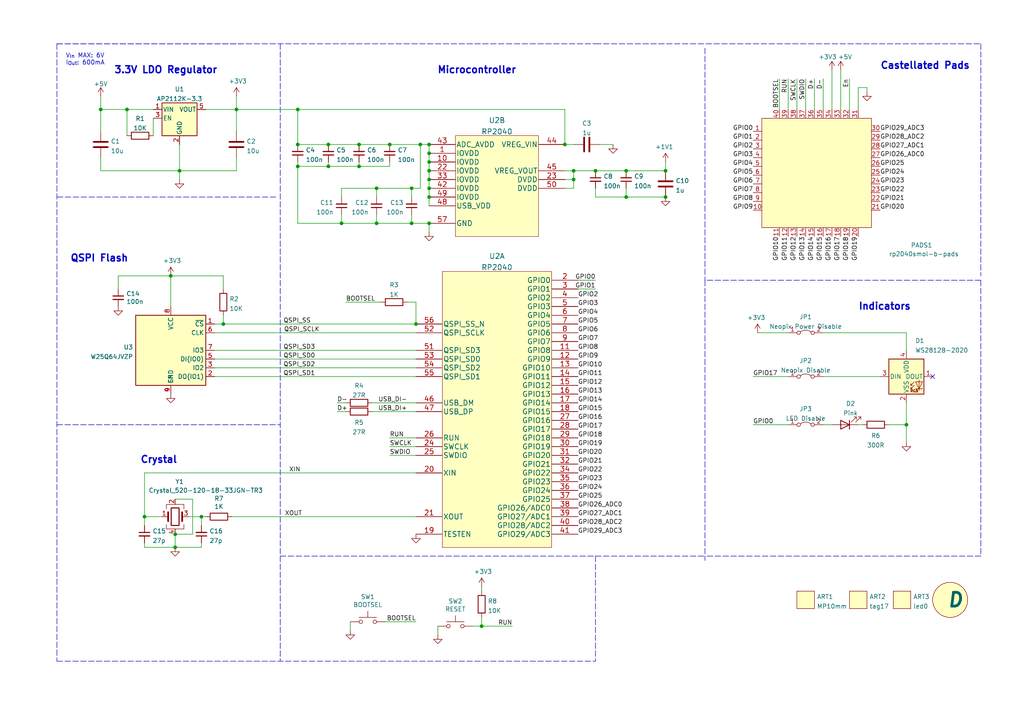
<source format=kicad_sch>
(kicad_sch (version 20211123) (generator eeschema)
  (paper "A4")
  (title_block (title "RP2040_{smol}") (date "2021-11-27") (rev "B") (company "MikePython"))
  (lib_symbols
    (symbol "Device:C" (pin_numbers hide) (pin_names (offset 0.254))
      (property "Reference" "C" (at 0.635 2.54 0))
      (property "Value" "C" (at 0.635 -2.54 0))
      (symbol "C_0_1"
        (polyline (pts (xy -2.032 -0.762) (xy 2.032 -0.762)) (stroke (width 0.508)))
        (polyline (pts (xy -2.032 0.762) (xy 2.032 0.762)) (stroke (width 0.508)))
      )
      (symbol "C_1_1"
        (pin passive line (at 0 3.81 270) (length 2.794) (name "~") (number "1"))
        (pin passive line (at 0 -3.81 90) (length 2.794) (name "~") (number "2"))
      )
    )
    (symbol "Device:C_Small" (pin_numbers hide) (pin_names (offset 0.254) hide)
      (property "Reference" "C" (at 0.254 1.778 0))
      (property "Value" "C_Small" (at 0.254 -2.032 0))
      (symbol "C_Small_0_1"
        (polyline (pts (xy -1.524 -0.508) (xy 1.524 -0.508)) (stroke (width 0.3302)))
        (polyline (pts (xy -1.524 0.508) (xy 1.524 0.508)) (stroke (width 0.3048)))
      )
      (symbol "C_Small_1_1"
        (pin passive line (at 0 2.54 270) (length 2.032) (name "~") (number "1"))
        (pin passive line (at 0 -2.54 90) (length 2.032) (name "~") (number "2"))
      )
    )
    (symbol "Device:LED" (pin_numbers hide) (pin_names (offset 1.016) hide)
      (property "Reference" "D" (at 0 2.54 0))
      (property "Value" "LED" (at 0 -2.54 0))
      (symbol "LED_0_1"
        (polyline (pts (xy -1.27 -1.27) (xy -1.27 1.27)) (stroke (width 0.254)))
        (polyline (pts (xy -1.27 0) (xy 1.27 0)))
        (polyline (pts (xy 1.27 -1.27) (xy 1.27 1.27) (xy -1.27 0) (xy 1.27 -1.27)) (stroke (width 0.254)))
        (polyline (pts (xy -3.048 -0.762) (xy -4.572 -2.286) (xy -3.81 -2.286) (xy -4.572 -2.286) (xy -4.572 -1.524)))
        (polyline (pts (xy -1.778 -0.762) (xy -3.302 -2.286) (xy -2.54 -2.286) (xy -3.302 -2.286) (xy -3.302 -1.524)))
      )
      (symbol "LED_1_1"
        (pin passive line (at -3.81 0 0) (length 2.54) (name "K") (number "1"))
        (pin passive line (at 3.81 0 180) (length 2.54) (name "A") (number "2"))
      )
    )
    (symbol "Device:R" (pin_numbers hide) (pin_names (offset 0))
      (property "Reference" "R" (at 2.032 0 90))
      (property "Value" "R" (at 0 0 90))
      (symbol "R_0_1"
        (rectangle (start -1.016 -2.54) (end 1.016 2.54) (stroke (width 0.254)))
      )
      (symbol "R_1_1"
        (pin passive line (at 0 3.81 270) (length 1.27) (name "~") (number "1"))
        (pin passive line (at 0 -3.81 90) (length 1.27) (name "~") (number "2"))
      )
    )
    (symbol "Jumper:Jumper_2_Bridged" (pin_names (offset 0) hide)
      (property "Reference" "JP" (at 0 1.905 0))
      (property "Value" "Jumper_2_Bridged" (at 0 -2.54 0))
      (symbol "Jumper_2_Bridged_0_0"
        (circle (center -2.032 0) (radius 0.508))
        (circle (center 2.032 0) (radius 0.508))
      )
      (symbol "Jumper_2_Bridged_0_1"
        (arc (start 1.524 0.254) (mid 0 0.762) (end -1.524 0.254))
      )
      (symbol "Jumper_2_Bridged_1_1"
        (pin passive line (at -5.08 0 0) (length 2.54) (name "A") (number "1"))
        (pin passive line (at 5.08 0 180) (length 2.54) (name "B") (number "2"))
      )
    )
    (symbol "MikeArtworkLib:MP10mm" (in_bom no)
      (property "Reference" "ART" (at 0 8.89 0))
      (property "Value" "MP10mm" (at 0 5.08 0))
      (symbol "MP10mm_0_1"
        (rectangle (start -2.54 2.54) (end 2.54 -2.54) (stroke (width 0.1524)) (fill (type background)))
      )
    )
    (symbol "MikeLib:Crystal_520-120-18-33JGN-TR3" (pin_names (offset 1.016) hide)
      (property "Reference" "Y" (at 3.175 5.08 0))
      (property "Value" "Crystal_520-120-18-33JGN-TR3" (at 3.175 3.175 0))
      (symbol "Crystal_520-120-18-33JGN-TR3_0_1"
        (rectangle (start -1.143 2.54) (end 1.143 -2.54) (stroke (width 0.3048)))
        (polyline (pts (xy -2.54 0) (xy -2.032 0)))
        (polyline (pts (xy -2.032 -1.27) (xy -2.032 1.27)) (stroke (width 0.508)))
        (polyline (pts (xy 0 -3.81) (xy 0 -3.556)))
        (polyline (pts (xy 0 3.556) (xy 0 3.81)))
        (polyline (pts (xy 2.032 -1.27) (xy 2.032 1.27)) (stroke (width 0.508)))
        (polyline (pts (xy 2.032 0) (xy 2.54 0)))
        (polyline (pts (xy -2.54 -2.286) (xy -2.54 -3.556) (xy 2.54 -3.556) (xy 2.54 -2.286)))
        (polyline (pts (xy -2.54 2.286) (xy -2.54 3.556) (xy 2.54 3.556) (xy 2.54 2.286)))
      )
      (symbol "Crystal_520-120-18-33JGN-TR3_1_1"
        (pin passive line (at -3.81 0 0) (length 1.27) (name "1") (number "1"))
        (pin passive line (at 0 5.08 270) (length 1.27) (name "2") (number "2"))
        (pin passive line (at 3.81 0 180) (length 1.27) (name "3") (number "3"))
        (pin passive line (at 0 -5.08 90) (length 1.27) (name "4") (number "4"))
      )
    )
    (symbol "MikeLib:RP2040" (pin_names (offset 0.254))
      (property "Reference" "U" (at 15.24 11.43 0))
      (property "Value" "RP2040" (at 15.24 8.89 0))
      (symbol "RP2040_1_1"
        (rectangle (start 7.62 6.35) (end 39.37 -73.66) (stroke (width 0.127)) (fill (type background)))
        (pin bidirectional line (at 0 -16.51 0) (length 7.62) (name "GPIO8") (number "11"))
        (pin bidirectional line (at 0 -19.05 0) (length 7.62) (name "GPIO9") (number "12"))
        (pin bidirectional line (at 0 -21.59 0) (length 7.62) (name "GPIO10") (number "13"))
        (pin bidirectional line (at 0 -24.13 0) (length 7.62) (name "GPIO11") (number "14"))
        (pin bidirectional line (at 0 -26.67 0) (length 7.62) (name "GPIO12") (number "15"))
        (pin bidirectional line (at 0 -29.21 0) (length 7.62) (name "GPIO13") (number "16"))
        (pin bidirectional line (at 0 -31.75 0) (length 7.62) (name "GPIO14") (number "17"))
        (pin bidirectional line (at 0 -34.29 0) (length 7.62) (name "GPIO15") (number "18"))
        (pin unspecified line (at 46.99 -49.53 180) (length 7.62) (name "TESTEN") (number "19"))
        (pin bidirectional line (at 0 3.81 0) (length 7.62) (name "GPIO0") (number "2"))
        (pin unspecified line (at 46.99 -52.07 180) (length 7.62) (name "XIN") (number "20"))
        (pin output line (at 46.99 -54.61 180) (length 7.62) (name "XOUT") (number "21"))
        (pin unspecified line (at 46.99 -44.45 180) (length 7.62) (name "SWCLK") (number "24"))
        (pin unspecified line (at 46.99 -46.99 180) (length 7.62) (name "SWDIO") (number "25"))
        (pin unspecified line (at 46.99 -41.91 180) (length 7.62) (name "RUN") (number "26"))
        (pin bidirectional line (at 0 -36.83 0) (length 7.62) (name "GPIO16") (number "27"))
        (pin bidirectional line (at 0 -39.37 0) (length 7.62) (name "GPIO17") (number "28"))
        (pin bidirectional line (at 0 -41.91 0) (length 7.62) (name "GPIO18") (number "29"))
        (pin bidirectional line (at 0 1.27 0) (length 7.62) (name "GPIO1") (number "3"))
        (pin bidirectional line (at 0 -44.45 0) (length 7.62) (name "GPIO19") (number "30"))
        (pin bidirectional line (at 0 -46.99 0) (length 7.62) (name "GPIO20") (number "31"))
        (pin bidirectional line (at 0 -49.53 0) (length 7.62) (name "GPIO21") (number "32"))
        (pin bidirectional line (at 0 -52.07 0) (length 7.62) (name "GPIO22") (number "34"))
        (pin bidirectional line (at 0 -54.61 0) (length 7.62) (name "GPIO23") (number "35"))
        (pin bidirectional line (at 0 -57.15 0) (length 7.62) (name "GPIO24") (number "36"))
        (pin bidirectional line (at 0 -59.69 0) (length 7.62) (name "GPIO25") (number "37"))
        (pin bidirectional line (at 0 -62.23 0) (length 7.62) (name "GPIO26/ADC0") (number "38"))
        (pin bidirectional line (at 0 -64.77 0) (length 7.62) (name "GPIO27/ADC1") (number "39"))
        (pin bidirectional line (at 0 -1.27 0) (length 7.62) (name "GPIO2") (number "4"))
        (pin bidirectional line (at 0 -67.31 0) (length 7.62) (name "GPIO28/ADC2") (number "40"))
        (pin bidirectional line (at 0 -69.85 0) (length 7.62) (name "GPIO29/ADC3") (number "41"))
        (pin unspecified line (at 46.99 -29.21 180) (length 7.62) (name "USB_DM") (number "46"))
        (pin unspecified line (at 46.99 -31.75 180) (length 7.62) (name "USB_DP") (number "47"))
        (pin bidirectional line (at 0 -3.81 0) (length 7.62) (name "GPIO3") (number "5"))
        (pin bidirectional line (at 46.99 -16.51 180) (length 7.62) (name "QSPI_SD3") (number "51"))
        (pin unspecified line (at 46.99 -8.89 180) (length 7.62) (name "QSPI_SCLK") (number "52"))
        (pin bidirectional line (at 46.99 -19.05 180) (length 7.62) (name "QSPI_SD0") (number "53"))
        (pin bidirectional line (at 46.99 -21.59 180) (length 7.62) (name "QSPI_SD2") (number "54"))
        (pin bidirectional line (at 46.99 -24.13 180) (length 7.62) (name "QSPI_SD1") (number "55"))
        (pin unspecified line (at 46.99 -11.43 180) (length 7.62) (name "QSPI_SS_N") (number "56"))
        (pin bidirectional line (at 0 -6.35 0) (length 7.62) (name "GPIO4") (number "6"))
        (pin bidirectional line (at 0 -8.89 0) (length 7.62) (name "GPIO5") (number "7"))
        (pin bidirectional line (at 0 -11.43 0) (length 7.62) (name "GPIO6") (number "8"))
        (pin bidirectional line (at 0 -13.97 0) (length 7.62) (name "GPIO7") (number "9"))
      )
      (symbol "RP2040_2_1"
        (rectangle (start 7.62 -5.08) (end 31.75 -34.29) (stroke (width 0.127)) (fill (type background)))
        (pin power_in line (at 0 -10.16 0) (length 7.62) (name "IOVDD") (number "1"))
        (pin power_in line (at 0 -12.7 0) (length 7.62) (name "IOVDD") (number "10"))
        (pin power_in line (at 0 -15.24 0) (length 7.62) (name "IOVDD") (number "22"))
        (pin power_in line (at 39.37 -17.78 180) (length 7.62) (name "DVDD") (number "23"))
        (pin power_in line (at 0 -17.78 0) (length 7.62) (name "IOVDD") (number "33"))
        (pin power_in line (at 0 -20.32 0) (length 7.62) (name "IOVDD") (number "42"))
        (pin power_in line (at 0 -7.62 0) (length 7.62) (name "ADC_AVDD") (number "43"))
        (pin unspecified line (at 39.37 -7.62 180) (length 7.62) (name "VREG_VIN") (number "44"))
        (pin output line (at 39.37 -15.24 180) (length 7.62) (name "VREG_VOUT") (number "45"))
        (pin power_in line (at 0 -25.4 0) (length 7.62) (name "USB_VDD") (number "48"))
        (pin power_in line (at 0 -22.86 0) (length 7.62) (name "IOVDD") (number "49"))
        (pin power_in line (at 39.37 -20.32 180) (length 7.62) (name "DVDD") (number "50"))
        (pin power_in line (at 0 -30.48 0) (length 7.62) (name "GND") (number "57"))
      )
    )
    (symbol "MikeLib:RevisionSymbol" (pin_numbers hide) (pin_names (offset 0) hide) (in_bom no)
      (property "Value" "RevisionSymbol" (at 0 0 0))
      (symbol "RevisionSymbol_0_1"
        (circle (center 0 0) (radius 5.08) (stroke (width 0.1524)) (fill (type background)))
      )
    )
    (symbol "MikeLib:W25Q64JVZP_Rearranged"
      (property "Reference" "U" (at -15.24 17.78 0))
      (property "Value" "W25Q64JVZP_Rearranged" (at -15.24 15.24 0))
      (symbol "W25Q64JVZP_Rearranged_0_1"
        (rectangle (start -10.16 12.7) (end 10.16 -7.62) (stroke (width 0.254)) (fill (type background)))
      )
      (symbol "W25Q64JVZP_Rearranged_1_1"
        (pin input line (at 12.7 10.16 180) (length 2.54) (name "~{CS}") (number "1"))
        (pin bidirectional line (at 12.7 -5.08 180) (length 2.54) (name "DO(IO1)") (number "2"))
        (pin bidirectional line (at 12.7 -2.54 180) (length 2.54) (name "IO2") (number "3"))
        (pin power_in line (at 0 -10.16 90) (length 2.54) (name "GND") (number "4"))
        (pin bidirectional line (at 12.7 0 180) (length 2.54) (name "DI(IO0)") (number "5"))
        (pin input line (at 12.7 7.62 180) (length 2.54) (name "CLK") (number "6"))
        (pin bidirectional line (at 12.7 2.54 180) (length 2.54) (name "IO3") (number "7"))
        (pin power_in line (at 0 15.24 270) (length 2.54) (name "VCC") (number "8"))
        (pin passive line (at 0 -10.16 90) (length 2.54) (name "EP") (number "9"))
      )
    )
    (symbol "MikeLib:WS2812B-2020" (pin_names (offset 0.254))
      (property "Reference" "D" (at 5.08 5.715 0))
      (property "Value" "WS2812B-2020" (at 1.27 -5.715 0))
      (symbol "WS2812B-2020_0_0"
        (text "RGB" (at 2.286 -4.191 0) (effects (font (size 0.762 0.762))))
      )
      (symbol "WS2812B-2020_0_1"
        (polyline (pts (xy 1.27 -3.556) (xy 1.778 -3.556)))
        (polyline (pts (xy 1.27 -2.54) (xy 1.778 -2.54)))
        (polyline (pts (xy 4.699 -3.556) (xy 2.667 -3.556)))
        (polyline (pts (xy 2.286 -2.54) (xy 1.27 -3.556) (xy 1.27 -3.048)))
        (polyline (pts (xy 2.286 -1.524) (xy 1.27 -2.54) (xy 1.27 -2.032)))
        (polyline (pts (xy 3.683 -1.016) (xy 3.683 -3.556) (xy 3.683 -4.064)))
        (polyline (pts (xy 4.699 -1.524) (xy 2.667 -1.524) (xy 3.683 -3.556) (xy 4.699 -1.524)))
        (rectangle (start 5.08 5.08) (end -5.08 -5.08) (stroke (width 0.254)) (fill (type background)))
      )
      (symbol "WS2812B-2020_1_1"
        (pin output line (at 7.62 0 180) (length 2.54) (name "DOUT") (number "1"))
        (pin power_in line (at 0 -7.62 90) (length 2.54) (name "VSS") (number "2"))
        (pin input line (at -7.62 0 0) (length 2.54) (name "DIN") (number "3"))
        (pin power_in line (at 0 7.62 270) (length 2.54) (name "VDD") (number "4"))
      )
    )
    (symbol "MikeLib:rp2040smol-b-pads"
      (property "Reference" "PADS" (at 5.08 46.99 0))
      (property "Value" "rp2040smol-b-pads" (at 5.08 46.99 0))
      (symbol "rp2040smol-b-pads_0_0"
        (pin unspecified line (at -31.75 -5.08 0) (length 2.54) (name "") (number "10"))
        (pin unspecified line (at -24.13 -12.7 90) (length 2.54) (name "") (number "11"))
        (pin unspecified line (at -21.59 -12.7 90) (length 2.54) (name "") (number "12"))
        (pin unspecified line (at -19.05 -12.7 90) (length 2.54) (name "") (number "13"))
        (pin unspecified line (at -16.51 -12.7 90) (length 2.54) (name "") (number "14"))
        (pin unspecified line (at -13.97 -12.7 90) (length 2.54) (name "") (number "15"))
        (pin unspecified line (at -11.43 -12.7 90) (length 2.54) (name "") (number "16"))
        (pin unspecified line (at -8.89 -12.7 90) (length 2.54) (name "") (number "17"))
        (pin unspecified line (at -6.35 -12.7 90) (length 2.54) (name "") (number "18"))
        (pin unspecified line (at -3.81 -12.7 90) (length 2.54) (name "") (number "19"))
        (pin unspecified line (at -1.27 -12.7 90) (length 2.54) (name "") (number "20"))
        (pin unspecified line (at 5.08 -5.08 180) (length 2.54) (name "") (number "21"))
        (pin unspecified line (at 5.08 -2.54 180) (length 2.54) (name "") (number "22"))
        (pin unspecified line (at 5.08 0 180) (length 2.54) (name "") (number "23"))
        (pin unspecified line (at 5.08 2.54 180) (length 2.54) (name "") (number "24"))
        (pin unspecified line (at 5.08 5.08 180) (length 2.54) (name "") (number "25"))
        (pin unspecified line (at 5.08 7.62 180) (length 2.54) (name "") (number "26"))
        (pin unspecified line (at 5.08 10.16 180) (length 2.54) (name "") (number "27"))
        (pin unspecified line (at 5.08 12.7 180) (length 2.54) (name "") (number "28"))
        (pin unspecified line (at 5.08 15.24 180) (length 2.54) (name "") (number "29"))
        (pin unspecified line (at -31.75 12.7 0) (length 2.54) (name "") (number "3"))
        (pin unspecified line (at 5.08 17.78 180) (length 2.54) (name "") (number "30"))
        (pin unspecified line (at -1.27 24.13 270) (length 2.54) (name "") (number "31"))
        (pin unspecified line (at -3.81 24.13 270) (length 2.54) (name "") (number "32"))
        (pin unspecified line (at -6.35 24.13 270) (length 2.54) (name "") (number "33"))
        (pin unspecified line (at -8.89 24.13 270) (length 2.54) (name "") (number "34"))
        (pin unspecified line (at -11.43 24.13 270) (length 2.54) (name "") (number "35"))
        (pin unspecified line (at -13.97 24.13 270) (length 2.54) (name "") (number "36"))
        (pin unspecified line (at -16.51 24.13 270) (length 2.54) (name "") (number "37"))
        (pin unspecified line (at -19.05 24.13 270) (length 2.54) (name "") (number "38"))
        (pin unspecified line (at -21.59 24.13 270) (length 2.54) (name "") (number "39"))
        (pin unspecified line (at -31.75 10.16 0) (length 2.54) (name "") (number "4"))
        (pin unspecified line (at -24.13 24.13 270) (length 2.54) (name "") (number "40"))
        (pin unspecified line (at -31.75 7.62 0) (length 2.54) (name "") (number "5"))
        (pin unspecified line (at -31.75 5.08 0) (length 2.54) (name "") (number "6"))
        (pin unspecified line (at -31.75 2.54 0) (length 2.54) (name "") (number "7"))
        (pin unspecified line (at -31.75 0 0) (length 2.54) (name "") (number "8"))
        (pin unspecified line (at -31.75 -2.54 0) (length 2.54) (name "") (number "9"))
      )
      (symbol "rp2040smol-b-pads_0_1"
        (rectangle (start -29.21 21.59) (end 2.54 -10.16) (stroke (width 0.1524)) (fill (type background)))
      )
      (symbol "rp2040smol-b-pads_1_1"
        (pin unspecified line (at -31.75 17.78 0) (length 2.54) (name "") (number "1"))
        (pin unspecified line (at -31.75 15.24 0) (length 2.54) (name "") (number "2"))
      )
    )
    (symbol "RP2040_1" (pin_names (offset 0.254))
      (property "Reference" "U" (at 15.24 11.43 0))
      (property "Value" "RP2040_1" (at 15.24 8.89 0))
      (symbol "RP2040_1_1_1"
        (rectangle (start 7.62 6.35) (end 39.37 -73.66) (stroke (width 0.127)) (fill (type background)))
        (pin bidirectional line (at 0 -16.51 0) (length 7.62) (name "GPIO8") (number "11"))
        (pin bidirectional line (at 0 -19.05 0) (length 7.62) (name "GPIO9") (number "12"))
        (pin bidirectional line (at 0 -21.59 0) (length 7.62) (name "GPIO10") (number "13"))
        (pin bidirectional line (at 0 -24.13 0) (length 7.62) (name "GPIO11") (number "14"))
        (pin bidirectional line (at 0 -26.67 0) (length 7.62) (name "GPIO12") (number "15"))
        (pin bidirectional line (at 0 -29.21 0) (length 7.62) (name "GPIO13") (number "16"))
        (pin bidirectional line (at 0 -31.75 0) (length 7.62) (name "GPIO14") (number "17"))
        (pin bidirectional line (at 0 -34.29 0) (length 7.62) (name "GPIO15") (number "18"))
        (pin unspecified line (at 46.99 -69.85 180) (length 7.62) (name "TESTEN") (number "19"))
        (pin bidirectional line (at 0 3.81 0) (length 7.62) (name "GPIO0") (number "2"))
        (pin unspecified line (at 46.99 -52.07 180) (length 7.62) (name "XIN") (number "20"))
        (pin output line (at 46.99 -64.77 180) (length 7.62) (name "XOUT") (number "21"))
        (pin unspecified line (at 46.99 -44.45 180) (length 7.62) (name "SWCLK") (number "24"))
        (pin unspecified line (at 46.99 -46.99 180) (length 7.62) (name "SWDIO") (number "25"))
        (pin unspecified line (at 46.99 -41.91 180) (length 7.62) (name "RUN") (number "26"))
        (pin bidirectional line (at 0 -36.83 0) (length 7.62) (name "GPIO16") (number "27"))
        (pin bidirectional line (at 0 -39.37 0) (length 7.62) (name "GPIO17") (number "28"))
        (pin bidirectional line (at 0 -41.91 0) (length 7.62) (name "GPIO18") (number "29"))
        (pin bidirectional line (at 0 1.27 0) (length 7.62) (name "GPIO1") (number "3"))
        (pin bidirectional line (at 0 -44.45 0) (length 7.62) (name "GPIO19") (number "30"))
        (pin bidirectional line (at 0 -46.99 0) (length 7.62) (name "GPIO20") (number "31"))
        (pin bidirectional line (at 0 -49.53 0) (length 7.62) (name "GPIO21") (number "32"))
        (pin bidirectional line (at 0 -52.07 0) (length 7.62) (name "GPIO22") (number "34"))
        (pin bidirectional line (at 0 -54.61 0) (length 7.62) (name "GPIO23") (number "35"))
        (pin bidirectional line (at 0 -57.15 0) (length 7.62) (name "GPIO24") (number "36"))
        (pin bidirectional line (at 0 -59.69 0) (length 7.62) (name "GPIO25") (number "37"))
        (pin bidirectional line (at 0 -62.23 0) (length 7.62) (name "GPIO26/ADC0") (number "38"))
        (pin bidirectional line (at 0 -64.77 0) (length 7.62) (name "GPIO27/ADC1") (number "39"))
        (pin bidirectional line (at 0 -1.27 0) (length 7.62) (name "GPIO2") (number "4"))
        (pin bidirectional line (at 0 -67.31 0) (length 7.62) (name "GPIO28/ADC2") (number "40"))
        (pin bidirectional line (at 0 -69.85 0) (length 7.62) (name "GPIO29/ADC3") (number "41"))
        (pin unspecified line (at 46.99 -31.75 180) (length 7.62) (name "USB_DM") (number "46"))
        (pin unspecified line (at 46.99 -34.29 180) (length 7.62) (name "USB_DP") (number "47"))
        (pin bidirectional line (at 0 -3.81 0) (length 7.62) (name "GPIO3") (number "5"))
        (pin bidirectional line (at 46.99 -16.51 180) (length 7.62) (name "QSPI_SD3") (number "51"))
        (pin unspecified line (at 46.99 -11.43 180) (length 7.62) (name "QSPI_SCLK") (number "52"))
        (pin bidirectional line (at 46.99 -19.05 180) (length 7.62) (name "QSPI_SD0") (number "53"))
        (pin bidirectional line (at 46.99 -21.59 180) (length 7.62) (name "QSPI_SD2") (number "54"))
        (pin bidirectional line (at 46.99 -24.13 180) (length 7.62) (name "QSPI_SD1") (number "55"))
        (pin unspecified line (at 46.99 -8.89 180) (length 7.62) (name "QSPI_SS_N") (number "56"))
        (pin bidirectional line (at 0 -6.35 0) (length 7.62) (name "GPIO4") (number "6"))
        (pin bidirectional line (at 0 -8.89 0) (length 7.62) (name "GPIO5") (number "7"))
        (pin bidirectional line (at 0 -11.43 0) (length 7.62) (name "GPIO6") (number "8"))
        (pin bidirectional line (at 0 -13.97 0) (length 7.62) (name "GPIO7") (number "9"))
      )
      (symbol "RP2040_1_2_1"
        (rectangle (start 7.62 -5.08) (end 31.75 -34.29) (stroke (width 0.127)) (fill (type background)))
        (pin power_in line (at 0 -10.16 0) (length 7.62) (name "IOVDD") (number "1"))
        (pin power_in line (at 0 -12.7 0) (length 7.62) (name "IOVDD") (number "10"))
        (pin power_in line (at 0 -15.24 0) (length 7.62) (name "IOVDD") (number "22"))
        (pin power_in line (at 39.37 -17.78 180) (length 7.62) (name "DVDD") (number "23"))
        (pin power_in line (at 0 -17.78 0) (length 7.62) (name "IOVDD") (number "33"))
        (pin power_in line (at 0 -20.32 0) (length 7.62) (name "IOVDD") (number "42"))
        (pin power_in line (at 0 -7.62 0) (length 7.62) (name "ADC_AVDD") (number "43"))
        (pin unspecified line (at 39.37 -7.62 180) (length 7.62) (name "VREG_VIN") (number "44"))
        (pin output line (at 39.37 -15.24 180) (length 7.62) (name "VREG_VOUT") (number "45"))
        (pin power_in line (at 0 -25.4 0) (length 7.62) (name "USB_VDD") (number "48"))
        (pin power_in line (at 0 -22.86 0) (length 7.62) (name "IOVDD") (number "49"))
        (pin power_in line (at 39.37 -20.32 180) (length 7.62) (name "DVDD") (number "50"))
        (pin power_in line (at 0 -30.48 0) (length 7.62) (name "GND") (number "57"))
      )
    )
    (symbol "Regulator_Linear:AP2112K-3.3" (pin_names (offset 0.254))
      (property "Reference" "U" (at -5.08 5.715 0))
      (property "Value" "AP2112K-3.3" (at 0 5.715 0))
      (symbol "AP2112K-3.3_0_1"
        (rectangle (start -5.08 4.445) (end 5.08 -5.08) (stroke (width 0.254)) (fill (type background)))
      )
      (symbol "AP2112K-3.3_1_1"
        (pin power_in line (at -7.62 2.54 0) (length 2.54) (name "VIN") (number "1"))
        (pin power_in line (at 0 -7.62 90) (length 2.54) (name "GND") (number "2"))
        (pin input line (at -7.62 0 0) (length 2.54) (name "EN") (number "3"))
        (pin no_connect line (at 5.08 0 180) (length 2.54) hide (name "NC") (number "4"))
        (pin power_out line (at 7.62 2.54 180) (length 2.54) (name "VOUT") (number "5"))
      )
    )
    (symbol "Switch:SW_Push" (pin_numbers hide) (pin_names (offset 1.016) hide)
      (property "Reference" "SW" (at 1.27 2.54 0))
      (property "Value" "SW_Push" (at 0 -1.524 0))
      (symbol "SW_Push_0_1"
        (circle (center -2.032 0) (radius 0.508))
        (polyline (pts (xy 0 1.27) (xy 0 3.048)))
        (polyline (pts (xy 2.54 1.27) (xy -2.54 1.27)))
        (circle (center 2.032 0) (radius 0.508))
        (pin passive line (at -5.08 0 0) (length 2.54) (name "1") (number "1"))
        (pin passive line (at 5.08 0 180) (length 2.54) (name "2") (number "2"))
      )
    )
    (symbol "power:+1V1" (power) (pin_names (offset 0))
      (property "Value" "+1V1" (at 0 3.556 0))
      (symbol "+1V1_0_1"
        (polyline (pts (xy -0.762 1.27) (xy 0 2.54)))
        (polyline (pts (xy 0 0) (xy 0 2.54)))
        (polyline (pts (xy 0 2.54) (xy 0.762 1.27)))
      )
      (symbol "+1V1_1_1"
        (pin power_in line (at 0 0 90) (length 0) hide (name "+1V1") (number "1"))
      )
    )
    (symbol "power:+3V3" (power) (pin_names (offset 0))
      (property "Value" "+3V3" (at 0 3.556 0))
      (symbol "+3V3_0_1"
        (polyline (pts (xy -0.762 1.27) (xy 0 2.54)))
        (polyline (pts (xy 0 0) (xy 0 2.54)))
        (polyline (pts (xy 0 2.54) (xy 0.762 1.27)))
      )
      (symbol "+3V3_1_1"
        (pin power_in line (at 0 0 90) (length 0) hide (name "+3V3") (number "1"))
      )
    )
    (symbol "power:+5V" (power) (pin_names (offset 0))
      (property "Value" "+5V" (at 0 3.556 0))
      (symbol "+5V_0_1"
        (polyline (pts (xy -0.762 1.27) (xy 0 2.54)))
        (polyline (pts (xy 0 0) (xy 0 2.54)))
        (polyline (pts (xy 0 2.54) (xy 0.762 1.27)))
      )
      (symbol "+5V_1_1"
        (pin power_in line (at 0 0 90) (length 0) hide (name "+5V") (number "1"))
      )
    )
    (symbol "power:GND" (power) (pin_names (offset 0))
      (property "Value" "GND" (at 0 -3.81 0))
      (symbol "GND_0_1"
        (polyline (pts (xy 0 0) (xy 0 -1.27) (xy 1.27 -1.27) (xy 0 -2.54) (xy -1.27 -1.27) (xy 0 -1.27)))
      )
      (symbol "GND_1_1"
        (pin power_in line (at 0 0 270) (length 0) hide (name "GND") (number "1"))
      )
    )
  )
  (junction (at 64.77 93.98))
  (junction (at 139.7 181.61))
  (junction (at 124.46 52.07))
  (junction (at 124.46 57.15))
  (junction (at 121.92 41.91))
  (junction (at 181.61 49.53))
  (junction (at 193.04 49.53))
  (junction (at 49.53 80.01))
  (junction (at 172.72 49.53))
  (junction (at 99.06 64.77))
  (junction (at 58.42 149.86))
  (junction (at 41.91 149.86))
  (junction (at 124.46 46.99))
  (junction (at 104.14 48.26))
  (junction (at 119.38 64.77))
  (junction (at 50.8 154.94))
  (junction (at 109.22 64.77))
  (junction (at 124.46 44.45))
  (junction (at 163.83 41.91))
  (junction (at 119.38 54.61))
  (junction (at 86.36 41.91))
  (junction (at 95.25 41.91))
  (junction (at 181.61 57.15))
  (junction (at 166.37 49.53))
  (junction (at 36.83 31.75))
  (junction (at 124.46 54.61))
  (junction (at 166.37 52.07))
  (junction (at 120.65 93.98))
  (junction (at 124.46 41.91))
  (junction (at 124.46 49.53))
  (junction (at 68.58 31.75))
  (junction (at 95.25 48.26))
  (junction (at 193.04 57.15))
  (junction (at 109.22 54.61))
  (junction (at 86.36 48.26))
  (junction (at 50.8 158.75))
  (junction (at 104.14 41.91))
  (junction (at 29.21 31.75))
  (junction (at 113.03 41.91))
  (junction (at 86.36 31.75))
  (junction (at 262.89 123.19))
  (junction (at 52.07 49.53))
  (junction (at 124.46 64.77))
  (no_connect (at 270.51 109.22))
  (wire (pts (xy 52.07 49.53) (xy 52.07 52.07)))
  (wire (pts (xy 121.92 54.61) (xy 119.38 54.61)))
  (wire (pts (xy 238.76 22.86) (xy 238.76 31.75)))
  (wire (pts (xy 64.77 83.82) (xy 64.77 80.01)))
  (wire (pts (xy 101.6 180.34) (xy 101.6 182.88)))
  (wire (pts (xy 41.91 149.86) (xy 46.99 149.86)))
  (wire (pts (xy 119.38 64.77) (xy 124.46 64.77)))
  (wire (pts (xy 163.83 31.75) (xy 163.83 41.91)))
  (wire (pts (xy 41.91 158.75) (xy 50.8 158.75)))
  (wire (pts (xy 86.36 46.99) (xy 86.36 48.26)))
  (wire (pts (xy 62.23 93.98) (xy 64.77 93.98)))
  (wire (pts (xy 248.92 25.4) (xy 248.92 31.75)))
  (wire (pts (xy 99.06 54.61) (xy 99.06 57.15)))
  (wire (pts (xy 228.6 22.86) (xy 228.6 31.75)))
  (wire (pts (xy 41.91 157.48) (xy 41.91 158.75)))
  (wire (pts (xy 64.77 80.01) (xy 49.53 80.01)))
  (wire (pts (xy 193.04 46.99) (xy 193.04 49.53)))
  (wire (pts (xy 231.14 22.86) (xy 231.14 31.75)))
  (wire (pts (xy 86.36 41.91) (xy 95.25 41.91)))
  (wire (pts (xy 29.21 38.1) (xy 29.21 31.75)))
  (wire (pts (xy 95.25 48.26) (xy 86.36 48.26)))
  (wire (pts (xy 34.29 80.01) (xy 49.53 80.01)))
  (polyline (pts (xy 16.51 191.77) (xy 172.72 191.77)))
  (polyline (pts (xy 16.51 67.31) (xy 16.51 191.77)))
  (polyline (pts (xy 204.47 13.97) (xy 204.47 81.28)))
  (polyline (pts (xy 172.72 12.7) (xy 284.48 12.7)))
  (polyline (pts (xy 284.48 12.7) (xy 284.48 80.01)))
  (polyline (pts (xy 284.48 81.28) (xy 204.47 81.28)))
  (wire (pts (xy 109.22 62.23) (xy 109.22 64.77)))
  (polyline (pts (xy 172.72 161.29) (xy 172.72 191.77)))
  (wire (pts (xy 119.38 54.61) (xy 119.38 57.15)))
  (wire (pts (xy 62.23 109.22) (xy 120.65 109.22)))
  (polyline (pts (xy 204.47 81.28) (xy 204.47 162.56)))
  (wire (pts (xy 50.8 154.94) (xy 50.8 158.75)))
  (wire (pts (xy 54.61 149.86) (xy 58.42 149.86)))
  (wire (pts (xy 58.42 149.86) (xy 59.69 149.86)))
  (wire (pts (xy 120.65 87.63) (xy 120.65 93.98)))
  (wire (pts (xy 62.23 104.14) (xy 120.65 104.14)))
  (wire (pts (xy 99.06 62.23) (xy 99.06 64.77)))
  (wire (pts (xy 139.7 170.18) (xy 139.7 171.45)))
  (wire (pts (xy 226.06 22.86) (xy 226.06 31.75)))
  (wire (pts (xy 124.46 57.15) (xy 124.46 59.69)))
  (wire (pts (xy 124.46 54.61) (xy 124.46 57.15)))
  (wire (pts (xy 124.46 52.07) (xy 124.46 54.61)))
  (wire (pts (xy 124.46 41.91) (xy 124.46 44.45)))
  (wire (pts (xy 124.46 44.45) (xy 124.46 46.99)))
  (wire (pts (xy 124.46 49.53) (xy 124.46 52.07)))
  (wire (pts (xy 124.46 46.99) (xy 124.46 49.53)))
  (wire (pts (xy 95.25 48.26) (xy 104.14 48.26)))
  (wire (pts (xy 124.46 64.77) (xy 124.46 67.31)))
  (wire (pts (xy 172.72 57.15) (xy 172.72 54.61)))
  (wire (pts (xy 59.69 31.75) (xy 68.58 31.75)))
  (wire (pts (xy 262.89 96.52) (xy 262.89 101.6)))
  (wire (pts (xy 118.11 87.63) (xy 120.65 87.63)))
  (wire (pts (xy 241.3 20.32) (xy 241.3 31.75)))
  (wire (pts (xy 86.36 64.77) (xy 99.06 64.77)))
  (polyline (pts (xy 16.51 12.7) (xy 16.51 67.31)))
  (polyline (pts (xy 16.51 12.7) (xy 172.72 12.7)))
  (wire (pts (xy 62.23 101.6) (xy 120.65 101.6)))
  (wire (pts (xy 166.37 49.53) (xy 172.72 49.53)))
  (wire (pts (xy 86.36 48.26) (xy 86.36 64.77)))
  (polyline (pts (xy 81.28 161.29) (xy 204.47 161.29)))
  (wire (pts (xy 68.58 27.94) (xy 68.58 31.75)))
  (wire (pts (xy 113.03 48.26) (xy 113.03 46.99)))
  (wire (pts (xy 163.83 49.53) (xy 166.37 49.53)))
  (wire (pts (xy 104.14 41.91) (xy 113.03 41.91)))
  (wire (pts (xy 181.61 54.61) (xy 181.61 57.15)))
  (wire (pts (xy 62.23 106.68) (xy 120.65 106.68)))
  (wire (pts (xy 86.36 31.75) (xy 68.58 31.75)))
  (wire (pts (xy 219.71 96.52) (xy 228.6 96.52)))
  (wire (pts (xy 121.92 41.91) (xy 121.92 54.61)))
  (wire (pts (xy 67.31 149.86) (xy 120.65 149.86)))
  (wire (pts (xy 193.04 57.15) (xy 181.61 57.15)))
  (wire (pts (xy 243.84 20.32) (xy 243.84 31.75)))
  (wire (pts (xy 95.25 41.91) (xy 104.14 41.91)))
  (wire (pts (xy 246.38 22.86) (xy 246.38 31.75)))
  (wire (pts (xy 34.29 83.82) (xy 34.29 80.01)))
  (wire (pts (xy 262.89 116.84) (xy 262.89 123.19)))
  (wire (pts (xy 262.89 123.19) (xy 262.89 128.27)))
  (wire (pts (xy 58.42 157.48) (xy 58.42 158.75)))
  (wire (pts (xy 127 181.61) (xy 127 184.15)))
  (wire (pts (xy 257.81 123.19) (xy 262.89 123.19)))
  (wire (pts (xy 41.91 149.86) (xy 41.91 152.4)))
  (wire (pts (xy 104.14 48.26) (xy 104.14 46.99)))
  (wire (pts (xy 248.92 25.4) (xy 251.46 25.4)))
  (wire (pts (xy 251.46 25.4) (xy 251.46 26.67)))
  (wire (pts (xy 50.8 154.94) (xy 55.88 154.94)))
  (wire (pts (xy 50.8 144.78) (xy 55.88 144.78)))
  (wire (pts (xy 55.88 144.78) (xy 55.88 154.94)))
  (wire (pts (xy 86.36 31.75) (xy 86.36 41.91)))
  (wire (pts (xy 107.95 116.84) (xy 120.65 116.84)))
  (wire (pts (xy 218.44 123.19) (xy 228.6 123.19)))
  (wire (pts (xy 238.76 109.22) (xy 255.27 109.22)))
  (polyline (pts (xy 81.28 161.29) (xy 81.28 191.77)))
  (wire (pts (xy 68.58 45.72) (xy 68.58 49.53)))
  (wire (pts (xy 248.92 123.19) (xy 250.19 123.19)))
  (wire (pts (xy 139.7 179.07) (xy 139.7 181.61)))
  (wire (pts (xy 86.36 31.75) (xy 163.83 31.75)))
  (wire (pts (xy 109.22 54.61) (xy 109.22 57.15)))
  (wire (pts (xy 29.21 31.75) (xy 36.83 31.75)))
  (wire (pts (xy 172.72 83.82) (xy 167.64 83.82)))
  (polyline (pts (xy 16.51 123.19) (xy 81.28 123.19)))
  (wire (pts (xy 218.44 109.22) (xy 228.6 109.22)))
  (wire (pts (xy 29.21 27.94) (xy 29.21 31.75)))
  (wire (pts (xy 95.25 48.26) (xy 95.25 46.99)))
  (wire (pts (xy 109.22 54.61) (xy 99.06 54.61)))
  (wire (pts (xy 139.7 181.61) (xy 148.59 181.61)))
  (wire (pts (xy 137.16 181.61) (xy 139.7 181.61)))
  (polyline (pts (xy 284.48 161.29) (xy 204.47 161.29)))
  (wire (pts (xy 111.76 180.34) (xy 120.65 180.34)))
  (wire (pts (xy 238.76 96.52) (xy 262.89 96.52)))
  (wire (pts (xy 233.68 22.86) (xy 233.68 31.75)))
  (wire (pts (xy 113.03 127) (xy 120.65 127)))
  (wire (pts (xy 41.91 137.16) (xy 41.91 149.86)))
  (wire (pts (xy 64.77 93.98) (xy 120.65 93.98)))
  (wire (pts (xy 163.83 41.91) (xy 166.37 41.91)))
  (wire (pts (xy 104.14 48.26) (xy 113.03 48.26)))
  (wire (pts (xy 119.38 62.23) (xy 119.38 64.77)))
  (wire (pts (xy 62.23 96.52) (xy 120.65 96.52)))
  (wire (pts (xy 172.72 49.53) (xy 181.61 49.53)))
  (wire (pts (xy 236.22 22.86) (xy 236.22 31.75)))
  (wire (pts (xy 52.07 49.53) (xy 52.07 41.91)))
  (wire (pts (xy 44.45 34.29) (xy 44.45 39.37)))
  (wire (pts (xy 119.38 54.61) (xy 109.22 54.61)))
  (polyline (pts (xy 284.48 81.28) (xy 284.48 161.29)))
  (wire (pts (xy 36.83 31.75) (xy 36.83 39.37)))
  (wire (pts (xy 100.33 87.63) (xy 110.49 87.63)))
  (wire (pts (xy 121.92 41.91) (xy 124.46 41.91)))
  (wire (pts (xy 58.42 149.86) (xy 58.42 152.4)))
  (wire (pts (xy 181.61 49.53) (xy 193.04 49.53)))
  (wire (pts (xy 181.61 57.15) (xy 172.72 57.15)))
  (wire (pts (xy 100.33 119.38) (xy 97.79 119.38)))
  (wire (pts (xy 99.06 64.77) (xy 109.22 64.77)))
  (wire (pts (xy 68.58 31.75) (xy 68.58 38.1)))
  (wire (pts (xy 29.21 49.53) (xy 29.21 45.72)))
  (wire (pts (xy 166.37 54.61) (xy 166.37 52.07)))
  (wire (pts (xy 163.83 54.61) (xy 166.37 54.61)))
  (polyline (pts (xy 80.01 57.15) (xy 16.51 57.15)))
  (polyline (pts (xy 16.51 12.7) (xy 69.85 12.7)))
  (wire (pts (xy 107.95 119.38) (xy 120.65 119.38)))
  (wire (pts (xy 120.65 137.16) (xy 41.91 137.16)))
  (wire (pts (xy 50.8 158.75) (xy 58.42 158.75)))
  (polyline (pts (xy 81.28 12.7) (xy 81.28 161.29)))
  (wire (pts (xy 64.77 91.44) (xy 64.77 93.98)))
  (wire (pts (xy 238.76 123.19) (xy 241.3 123.19)))
  (wire (pts (xy 29.21 49.53) (xy 52.07 49.53)))
  (wire (pts (xy 113.03 41.91) (xy 121.92 41.91)))
  (wire (pts (xy 163.83 52.07) (xy 166.37 52.07)))
  (wire (pts (xy 166.37 52.07) (xy 166.37 49.53)))
  (wire (pts (xy 173.99 41.91) (xy 177.8 41.91)))
  (wire (pts (xy 172.72 81.28) (xy 167.64 81.28)))
  (wire (pts (xy 113.03 129.54) (xy 120.65 129.54)))
  (wire (pts (xy 49.53 80.01) (xy 49.53 88.9)))
  (wire (pts (xy 113.03 132.08) (xy 120.65 132.08)))
  (wire (pts (xy 36.83 31.75) (xy 44.45 31.75)))
  (wire (pts (xy 109.22 64.77) (xy 119.38 64.77)))
  (wire (pts (xy 100.33 116.84) (xy 97.79 116.84)))
  (wire (pts (xy 68.58 49.53) (xy 52.07 49.53)))
  (text "Castellated Pads" (at 255.27 20.32 0) (effects (font (size 2 2) (thickness 0.4) bold) (justify left bottom)))
  (text "QSPI Flash" (at 20.32 76.2 0) (effects (font (size 2 2) (thickness 0.4) bold) (justify left bottom)))
  (text "Crystal" (at 40.64 134.62 0) (effects (font (size 2 2) (thickness 0.4) bold) (justify left bottom)))
  (text "Microcontroller" (at 149.86 21.59 180) (effects (font (size 2 2) (thickness 0.4) bold) (justify right bottom)))
  (text "3.3V LDO Regulator" (at 33.02 21.59 0) (effects (font (size 2 2) (thickness 0.4) bold) (justify left bottom)))
  (text "V_{In} MAX: 6V\nI_{Out}: 600mA" (at 19.05 19.05 0) (effects (font (size 1.27 1.27)) (justify left bottom)))
  (text "Indicators" (at 248.92 90.17 0) (effects (font (size 2 2) (thickness 0.4) bold) (justify left bottom)))
  (label "GPIO11" (at 228.6 68.58 270))
  (label "En" (at 246.38 22.86 270))
  (label "D+" (at 97.79 119.38 0))
  (label "GPIO0" (at 172.72 81.28 180))
  (label "GPIO21" (at 167.64 134.62 0))
  (label "GPIO4" (at 167.64 91.44 0))
  (label "GPIO26_ADC0" (at 255.27 45.72 0))
  (label "GPIO8" (at 167.64 101.6 0))
  (label "QSPI_SS" (at 90.17 93.98 180))
  (label "GPIO16" (at 167.64 121.92 0))
  (label "XIN" (at 83.82 137.16 0))
  (label "QSPI_SD3" (at 91.44 101.6 180))
  (label "GPIO28_ADC2" (at 167.64 152.4 0))
  (label "RUN" (at 113.03 127 0))
  (label "RUN" (at 148.59 181.61 180))
  (label "D-" (at 238.76 22.86 270))
  (label "GPIO13" (at 167.64 114.3 0))
  (label "D+" (at 236.22 22.86 270))
  (label "GPIO8" (at 218.44 58.42 180))
  (label "GPIO4" (at 218.44 48.26 180))
  (label "D-" (at 97.79 116.84 0))
  (label "QSPI_SD2" (at 91.44 106.68 180))
  (label "GPIO2" (at 167.64 86.36 0))
  (label "GPIO25" (at 255.27 48.26 0))
  (label "GPIO27_ADC1" (at 255.27 43.18 0))
  (label "GPIO3" (at 167.64 88.9 0))
  (label "GPIO19" (at 167.64 129.54 0))
  (label "XOUT" (at 87.63 149.86 180))
  (label "QSPI_SCLK" (at 92.71 96.52 180))
  (label "GPIO12" (at 167.64 111.76 0))
  (label "GPIO7" (at 218.44 55.88 180))
  (label "GPIO15" (at 167.64 119.38 0))
  (label "BOOTSEL" (at 120.65 180.34 180))
  (label "GPIO24" (at 255.27 50.8 0))
  (label "GPIO13" (at 233.68 68.58 270))
  (label "GPIO17" (at 243.84 68.58 270))
  (label "GPIO6" (at 167.64 96.52 0))
  (label "GPIO23" (at 255.27 53.34 0))
  (label "GPIO22" (at 167.64 137.16 0))
  (label "GPIO20" (at 167.64 132.08 0))
  (label "GPIO14" (at 236.22 68.58 270))
  (label "USB_DI+" (at 118.11 119.38 180))
  (label "GPIO20" (at 255.27 60.96 0))
  (label "SWDIO" (at 113.03 132.08 0))
  (label "GPIO28_ADC2" (at 255.27 40.64 0))
  (label "GPIO0" (at 218.44 38.1 180))
  (label "USB_DI-" (at 118.11 116.84 180))
  (label "BOOTSEL" (at 226.06 22.86 270))
  (label "GPIO10" (at 226.06 68.58 270))
  (label "GPIO25" (at 167.64 144.78 0))
  (label "GPIO24" (at 167.64 142.24 0))
  (label "GPIO22" (at 255.27 55.88 0))
  (label "SWCLK" (at 231.14 22.86 270))
  (label "GPIO23" (at 167.64 139.7 0))
  (label "GPIO9" (at 167.64 104.14 0))
  (label "GPIO0" (at 218.44 123.19 0))
  (label "SWDIO" (at 233.68 22.86 270))
  (label "GPIO15" (at 238.76 68.58 270))
  (label "GPIO6" (at 218.44 53.34 180))
  (label "GPIO21" (at 255.27 58.42 0))
  (label "BOOTSEL" (at 100.33 87.63 0))
  (label "SWCLK" (at 113.03 129.54 0))
  (label "GPIO18" (at 246.38 68.58 270))
  (label "GPIO11" (at 167.64 109.22 0))
  (label "QSPI_SD1" (at 91.44 109.22 180))
  (label "GPIO1" (at 172.72 83.82 180))
  (label "GPIO10" (at 167.64 106.68 0))
  (label "GPIO5" (at 167.64 93.98 0))
  (label "GPIO19" (at 248.92 68.58 270))
  (label "QSPI_SD0" (at 91.44 104.14 180))
  (label "GPIO1" (at 218.44 40.64 180))
  (label "GPIO17" (at 167.64 124.46 0))
  (label "GPIO17" (at 218.44 109.22 0))
  (label "GPIO9" (at 218.44 60.96 180))
  (label "GPIO29_ADC3" (at 167.64 154.94 0))
  (label "GPIO18" (at 167.64 127 0))
  (label "GPIO7" (at 167.64 99.06 0))
  (label "GPIO12" (at 231.14 68.58 270))
  (label "GPIO16" (at 241.3 68.58 270))
  (label "GPIO27_ADC1" (at 167.64 149.86 0))
  (label "GPIO3" (at 218.44 45.72 180))
  (label "RUN" (at 228.6 22.86 270))
  (label "GPIO2" (at 218.44 43.18 180))
  (label "GPIO26_ADC0" (at 167.64 147.32 0))
  (label "GPIO29_ADC3" (at 255.27 38.1 0))
  (label "GPIO5" (at 218.44 50.8 180))
  (label "GPIO14" (at 167.64 116.84 0))
  (symbol (lib_id "MikeArtworkLib:MP10mm") (at 261.62 173.99 0) (unit 1) (in_bom no)
    (property "Reference" "ART3" (at 264.8712 173.0815 0) (effects (justify left)))
    (property "Value" "led0" (at 264.8712 175.8566 0) (effects (justify left)))
    (property "Footprint" "MikeArtworkLib:badge0" (effects hide))
  )
  (symbol (lib_id "Device:C") (at 193.04 53.34 0) (mirror x) (unit 1)
    (property "Reference" "C10" (at 195.961 52.4315 0) (effects (justify left)))
    (property "Value" "1u" (at 195.961 55.2066 0) (effects (justify left)))
    (property "Footprint" "Capacitor_SMD:C_0603_1608Metric" (effects hide))
  )
  (symbol (lib_name "RP2040_1") (lib_id "MikeLib:RP2040") (at 167.64 85.09 0) (mirror y) (unit 1)
    (property "Reference" "U2" (at 144.145 74.2726 0) (effects (font (size 1.524 1.524))))
    (property "Value" "RP2040" (at 144.145 77.5516 0) (effects (font (size 1.524 1.524))))
    (property "Footprint" "MikeFootprintLib:RP2040" (effects hide))
  )
  (symbol (lib_id "Device:R") (at 64.77 87.63 0) (unit 1)
    (property "Reference" "R2" (at 66.548 86.7215 0) (effects (justify left)))
    (property "Value" "10K" (at 66.548 89.4966 0) (effects (justify left)))
    (property "Footprint" "Resistor_SMD:R_0603_1608Metric" (effects hide))
  )
  (symbol (lib_id "Device:C_Small") (at 58.42 154.94 180) (unit 1)
    (property "Reference" "C16" (at 60.7441 154.0315 0) (effects (justify right)))
    (property "Value" "27p" (at 60.7441 156.8066 0) (effects (justify right)))
    (property "Footprint" "Capacitor_SMD:C_0603_1608Metric" (effects hide))
  )
  (symbol (lib_id "Jumper:Jumper_2_Bridged") (at 233.68 123.19 0) (unit 1) (in_bom no)
    (property "Reference" "JP3" (at 233.68 118.5885 0))
    (property "Value" "LED Disable" (at 233.68 121.3636 0))
    (property "Footprint" "MikeFootprintLib:Covered_SolderJumper-2_P1.3mm_Bridged_RoundedPad1.0x1.5mm" (effects hide))
  )
  (symbol (lib_id "power:GND") (at 251.46 26.67 0) (unit 1)
    (property "Reference" "#PWR03" (effects hide))
    (property "Value" "GND" (effects hide))
  )
  (symbol (lib_id "Device:C_Small") (at 41.91 154.94 0) (unit 1)
    (property "Reference" "C15" (at 44.2341 154.0315 0) (effects (justify left)))
    (property "Value" "27p" (at 44.2341 156.8066 0) (effects (justify left)))
    (property "Footprint" "Capacitor_SMD:C_0603_1608Metric" (effects hide))
  )
  (symbol (lib_id "power:+1V1") (at 193.04 46.99 0) (mirror y) (unit 1)
    (property "Reference" "#PWR07" (effects hide))
    (property "Value" "+1V1" (at 192.659 42.5958 0))
  )
  (symbol (lib_id "power:GND") (at 50.8 158.75 0) (unit 1)
    (property "Reference" "#PWR017" (effects hide))
    (property "Value" "GND" (effects hide))
  )
  (symbol (lib_id "power:+5V") (at 29.21 27.94 0) (unit 1)
    (property "Reference" "#PWR04" (effects hide))
    (property "Value" "+5V" (at 29.21 24.3355 0))
  )
  (symbol (lib_id "Switch:SW_Push") (at 132.08 181.61 0) (unit 1)
    (property "Reference" "SW2" (at 132.08 174.371 0))
    (property "Value" "RESET" (at 132.08 176.6824 0))
    (property "Footprint" "Button_Switch_SMD:SW_SPST_PTS810" (effects hide))
    (property "Datasheet" "http://www.apem.com/int/index.php?controller=attachment&id_attachment=488" (effects hide))
  )
  (symbol (lib_id "power:+3V3") (at 219.71 96.52 0) (mirror y) (unit 1)
    (property "Reference" "#PWR013" (effects hide))
    (property "Value" "+3V3" (at 219.329 92.1258 0))
  )
  (symbol (lib_id "power:+3V3") (at 241.3 20.32 0) (mirror y) (unit 1)
    (property "Reference" "#PWR01" (effects hide))
    (property "Value" "+3V3" (at 240.03 16.51 0))
  )
  (symbol (lib_id "MikeArtworkLib:MP10mm") (at 233.68 173.99 0) (unit 1) (in_bom no)
    (property "Reference" "ART1" (at 236.9312 173.0815 0) (effects (justify left)))
    (property "Value" "MP10mm" (at 236.9312 175.8566 0) (effects (justify left)))
    (property "Footprint" "MikeArtworkLib:MPSquare_10mm" (effects hide))
  )
  (symbol (lib_id "Device:R") (at 114.3 87.63 270) (unit 1)
    (property "Reference" "R3" (at 114.3 82.6475 90))
    (property "Value" "1K" (at 114.3 85.4226 90))
    (property "Footprint" "Resistor_SMD:R_0603_1608Metric" (effects hide))
  )
  (symbol (lib_id "Device:C_Small") (at 104.14 44.45 180) (unit 1)
    (property "Reference" "C6" (at 106.4641 43.5351 0) (effects (justify right)))
    (property "Value" "100n" (at 106.4641 46.3102 0) (effects (justify right)))
    (property "Footprint" "Capacitor_SMD:C_0603_1608Metric" (effects hide))
  )
  (symbol (lib_id "Device:C_Small") (at 119.38 59.69 0) (mirror x) (unit 1)
    (property "Reference" "C13" (at 117.0559 58.7751 0) (effects (justify right)))
    (property "Value" "100n" (at 117.0559 61.5502 0) (effects (justify right)))
    (property "Footprint" "Capacitor_SMD:C_0603_1608Metric" (effects hide))
  )
  (symbol (lib_id "Device:R") (at 104.14 116.84 270) (mirror x) (unit 1)
    (property "Reference" "R4" (at 104.14 111.8575 90))
    (property "Value" "27R" (at 104.14 114.6326 90))
    (property "Footprint" "Resistor_SMD:R_0603_1608Metric" (effects hide))
  )
  (symbol (lib_id "Jumper:Jumper_2_Bridged") (at 233.68 109.22 0) (unit 1) (in_bom no)
    (property "Reference" "JP2" (at 233.68 104.6185 0))
    (property "Value" "Neopix Disable" (at 233.68 107.3936 0))
    (property "Footprint" "MikeFootprintLib:Covered_SolderJumper-2_P1.3mm_Bridged_RoundedPad1.0x1.5mm" (effects hide))
  )
  (symbol (lib_id "MikeLib:RP2040") (at 124.46 34.29 0) (unit 2)
    (property "Reference" "U2" (at 144.145 34.9026 0) (effects (font (size 1.524 1.524))))
    (property "Value" "RP2040" (at 144.145 38.1816 0) (effects (font (size 1.524 1.524))))
    (property "Footprint" "MikeFootprintLib:RP2040" (effects hide))
  )
  (symbol (lib_id "Device:C_Small") (at 99.06 59.69 180) (unit 1)
    (property "Reference" "C11" (at 96.7359 58.7751 0) (effects (justify left)))
    (property "Value" "100n" (at 96.7359 61.5502 0) (effects (justify left)))
    (property "Footprint" "Capacitor_SMD:C_0603_1608Metric" (effects hide))
  )
  (symbol (lib_id "Device:C_Small") (at 113.03 44.45 180) (unit 1)
    (property "Reference" "C7" (at 115.3541 43.5415 0) (effects (justify right)))
    (property "Value" "100n" (at 115.3541 46.3166 0) (effects (justify right)))
    (property "Footprint" "Capacitor_SMD:C_0603_1608Metric" (effects hide))
  )
  (symbol (lib_id "Jumper:Jumper_2_Bridged") (at 233.68 96.52 0) (unit 1) (in_bom no)
    (property "Reference" "JP1" (at 233.68 91.9185 0))
    (property "Value" "Neopix Power Disable" (at 233.68 94.6936 0))
    (property "Footprint" "MikeFootprintLib:Covered_SolderJumper-2_P1.3mm_Bridged_RoundedPad1.0x1.5mm" (effects hide))
  )
  (symbol (lib_id "MikeLib:RevisionSymbol") (at 275.59 173.99 0) (unit 1) (in_bom no)
    (property "Reference" "MISC1" (effects hide))
    (property "Value" "D" (at 274.32 173.99 0) (effects (font (size 4 4) bold italic) (justify left)))
    (property "Footprint" "MikeFootprintLib:RevisionSymbol_Small" (effects hide))
  )
  (symbol (lib_id "power:GND") (at 127 184.15 0) (unit 1)
    (property "Reference" "#PWR020" (effects hide))
    (property "Value" "GND" (effects hide))
  )
  (symbol (lib_id "Device:R") (at 63.5 149.86 270) (unit 1)
    (property "Reference" "R7" (at 63.5 144.6022 90))
    (property "Value" "1K" (at 63.5 146.9136 90))
    (property "Footprint" "Resistor_SMD:R_0603_1608Metric" (effects hide))
  )
  (symbol (lib_id "power:GND") (at 193.04 57.15 0) (mirror y) (unit 1)
    (property "Reference" "#PWR09" (effects hide))
    (property "Value" "GND" (effects hide))
  )
  (symbol (lib_id "Device:R") (at 139.7 175.26 180) (unit 1)
    (property "Reference" "R8" (at 141.478 174.3515 0) (effects (justify right)))
    (property "Value" "10K" (at 141.478 177.1266 0) (effects (justify right)))
    (property "Footprint" "Resistor_SMD:R_0603_1608Metric" (effects hide))
  )
  (symbol (lib_id "power:+3V3") (at 68.58 27.94 0) (unit 1)
    (property "Reference" "#PWR05" (effects hide))
    (property "Value" "+3V3" (at 68.961 23.5458 0))
  )
  (symbol (lib_id "power:GND") (at 49.53 114.3 0) (unit 1)
    (property "Reference" "#PWR014" (effects hide))
    (property "Value" "GND" (effects hide))
  )
  (symbol (lib_id "MikeLib:rp2040smol-b-pads") (at 250.19 55.88 0) (unit 1) (in_bom no)
    (property "Reference" "PADS1" (at 264.16 71.12 0) (effects (justify left)))
    (property "Value" "rp2040smol-b-pads" (at 257.81 73.66 0) (effects (justify left)))
    (property "Footprint" "MikeConnectorFootprints:Castellated_4x10_smol_dual" (effects hide))
  )
  (symbol (lib_id "Regulator_Linear:AP2112K-3.3") (at 52.07 34.29 0) (unit 1)
    (property "Reference" "U1" (at 52.07 25.8785 0))
    (property "Value" "AP2112K-3.3" (at 52.07 28.6536 0))
    (property "Footprint" "Package_TO_SOT_SMD:SOT-23-5" (effects hide))
    (property "Datasheet" "https://www.diodes.com/assets/Datasheets/AP2112.pdf" (effects hide))
  )
  (symbol (lib_id "MikeArtworkLib:MP10mm") (at 248.92 173.99 0) (unit 1) (in_bom no)
    (property "Reference" "ART2" (at 252.1712 173.0815 0) (effects (justify left)))
    (property "Value" "tag17" (at 252.1712 175.8566 0) (effects (justify left)))
    (property "Footprint" "MikeArtworkLib:tag17" (effects hide))
  )
  (symbol (lib_id "power:GND") (at 262.89 128.27 0) (unit 1)
    (property "Reference" "#PWR015" (effects hide))
    (property "Value" "GND" (effects hide))
  )
  (symbol (lib_id "Device:LED") (at 245.11 123.19 180) (unit 1)
    (property "Reference" "D2" (at 246.6975 117.0645 0))
    (property "Value" "Pink" (at 246.6975 119.8396 0))
    (property "Footprint" "LED_SMD:LED_0603_1608Metric" (effects hide))
  )
  (symbol (lib_id "power:GND") (at 120.65 154.94 0) (mirror y) (unit 1)
    (property "Reference" "#PWR016" (effects hide))
    (property "Value" "GND" (effects hide))
  )
  (symbol (lib_id "Device:C_Small") (at 95.25 44.45 180) (unit 1)
    (property "Reference" "C5" (at 97.5741 43.5351 0) (effects (justify right)))
    (property "Value" "100n" (at 97.5741 46.3102 0) (effects (justify right)))
    (property "Footprint" "Capacitor_SMD:C_0603_1608Metric" (effects hide))
  )
  (symbol (lib_id "power:GND") (at 101.6 182.88 0) (unit 1)
    (property "Reference" "#PWR019" (effects hide))
    (property "Value" "GND" (effects hide))
  )
  (symbol (lib_id "Switch:SW_Push") (at 106.68 180.34 0) (unit 1)
    (property "Reference" "SW1" (at 106.68 173.101 0))
    (property "Value" "BOOTSEL" (at 106.68 175.4124 0))
    (property "Footprint" "Button_Switch_SMD:SW_SPST_PTS810" (effects hide))
    (property "Datasheet" "http://www.apem.com/int/index.php?controller=attachment&id_attachment=488" (effects hide))
  )
  (symbol (lib_id "power:+3V3") (at 49.53 80.01 0) (unit 1)
    (property "Reference" "#PWR011" (effects hide))
    (property "Value" "+3V3" (at 49.911 75.6158 0))
  )
  (symbol (lib_id "Device:C_Small") (at 109.22 59.69 180) (unit 1)
    (property "Reference" "C12" (at 106.8959 58.7751 0) (effects (justify left)))
    (property "Value" "100n" (at 106.8959 61.5502 0) (effects (justify left)))
    (property "Footprint" "Capacitor_SMD:C_0603_1608Metric" (effects hide))
  )
  (symbol (lib_id "Device:C_Small") (at 86.36 44.45 180) (unit 1)
    (property "Reference" "C4" (at 88.6841 43.5351 0) (effects (justify right)))
    (property "Value" "100n" (at 88.6841 46.3102 0) (effects (justify right)))
    (property "Footprint" "Capacitor_SMD:C_0603_1608Metric" (effects hide))
  )
  (symbol (lib_id "Device:R") (at 254 123.19 270) (unit 1)
    (property "Reference" "R6" (at 254 126.3555 90))
    (property "Value" "300R" (at 254 129.1306 90))
    (property "Footprint" "Resistor_SMD:R_0603_1608Metric" (effects hide))
  )
  (symbol (lib_id "Device:C_Small") (at 34.29 86.36 0) (unit 1)
    (property "Reference" "C14" (at 36.6268 85.1916 0) (effects (justify left)))
    (property "Value" "100n" (at 36.6268 87.503 0) (effects (justify left)))
    (property "Footprint" "Capacitor_SMD:C_0603_1608Metric" (effects hide))
  )
  (symbol (lib_id "power:+3V3") (at 139.7 170.18 0) (unit 1)
    (property "Reference" "#PWR018" (effects hide))
    (property "Value" "+3V3" (at 140.081 165.7858 0))
  )
  (symbol (lib_id "Device:C") (at 170.18 41.91 270) (unit 1)
    (property "Reference" "C3" (at 170.18 35.7845 90))
    (property "Value" "1u" (at 170.18 38.5596 90))
    (property "Footprint" "Capacitor_SMD:C_0603_1608Metric" (effects hide))
  )
  (symbol (lib_id "power:+5V") (at 243.84 20.32 0) (mirror y) (unit 1)
    (property "Reference" "#PWR02" (effects hide))
    (property "Value" "+5V" (at 245.11 16.51 0))
  )
  (symbol (lib_id "Device:R") (at 40.64 39.37 90) (unit 1)
    (property "Reference" "R1" (at 40.64 34.3875 90))
    (property "Value" "10K" (at 40.64 37.1626 90))
    (property "Footprint" "Resistor_SMD:R_0603_1608Metric" (effects hide))
  )
  (symbol (lib_id "Device:C") (at 29.21 41.91 0) (unit 1)
    (property "Reference" "C1" (at 32.131 41.0015 0) (effects (justify left)))
    (property "Value" "10u" (at 32.131 43.7766 0) (effects (justify left)))
    (property "Footprint" "Capacitor_SMD:C_0603_1608Metric" (effects hide))
  )
  (symbol (lib_id "power:GND") (at 124.46 67.31 0) (unit 1)
    (property "Reference" "#PWR010" (effects hide))
    (property "Value" "GND" (effects hide))
  )
  (symbol (lib_id "MikeLib:Crystal_520-120-18-33JGN-TR3") (at 50.8 149.86 0) (unit 1)
    (property "Reference" "Y1" (at 52.07 139.7 0))
    (property "Value" "Crystal_520-120-18-33JGN-TR3" (at 59.69 142.24 0))
    (property "Footprint" "Crystal:Crystal_SMD_Abracon_ABM8G-4Pin_3.2x2.5mm" (effects hide))
  )
  (symbol (lib_id "MikeLib:WS2812B-2020") (at 262.89 109.22 0) (unit 1)
    (property "Reference" "D1" (at 265.43 98.8249 0) (effects (justify left)))
    (property "Value" "WS2812B-2020" (at 265.43 101.6 0) (effects (justify left)))
    (property "Footprint" "MikeFootprintLib:WS2812b-2020" (effects hide))
    (property "Datasheet" "https://cdn-shop.adafruit.com/datasheets/WS2812B.pdf" (effects hide))
  )
  (symbol (lib_id "Device:C_Small") (at 172.72 52.07 0) (unit 1)
    (property "Reference" "C8" (at 175.0441 51.1678 0) (effects (justify left)))
    (property "Value" "100n" (at 175.0441 53.9429 0) (effects (justify left)))
    (property "Footprint" "Capacitor_SMD:C_0603_1608Metric" (effects hide))
  )
  (symbol (lib_id "Device:C") (at 68.58 41.91 0) (unit 1)
    (property "Reference" "C2" (at 71.501 41.0015 0) (effects (justify left)))
    (property "Value" "10u" (at 71.501 43.7766 0) (effects (justify left)))
    (property "Footprint" "Capacitor_SMD:C_0603_1608Metric" (effects hide))
  )
  (symbol (lib_id "Device:C_Small") (at 181.61 52.07 0) (mirror x) (unit 1)
    (property "Reference" "C9" (at 183.9341 51.1551 0) (effects (justify left)))
    (property "Value" "100n" (at 183.9341 53.9302 0) (effects (justify left)))
    (property "Footprint" "Capacitor_SMD:C_0603_1608Metric" (effects hide))
  )
  (symbol (lib_id "power:GND") (at 52.07 52.07 0) (unit 1)
    (property "Reference" "#PWR08" (effects hide))
    (property "Value" "GND" (effects hide))
  )
  (symbol (lib_id "Device:R") (at 104.14 119.38 270) (mirror x) (unit 1)
    (property "Reference" "R5" (at 104.14 122.5455 90))
    (property "Value" "27R" (at 104.14 125.3206 90))
    (property "Footprint" "Resistor_SMD:R_0603_1608Metric" (effects hide))
  )
  (symbol (lib_id "MikeLib:W25Q64JVZP_Rearranged") (at 49.53 104.14 0) (unit 1)
    (property "Reference" "U3" (at 38.6081 100.6915 0) (effects (justify right)))
    (property "Value" "W25Q64JVZP" (at 38.6081 103.4666 0) (effects (justify right)))
    (property "Footprint" "Package_SON:WSON-8-1EP_6x5mm_P1.27mm_EP3.4x4.3mm" (effects hide))
    (property "Datasheet" "http://www.winbond.com/resource-files/w25q32jv%20revg%2003272018%20plus.pdf" (effects hide))
  )
  (symbol (lib_id "power:GND") (at 177.8 41.91 0) (unit 1)
    (property "Reference" "#PWR06" (effects hide))
    (property "Value" "GND" (effects hide))
  )
  (symbol (lib_id "power:GND") (at 34.29 88.9 0) (unit 1)
    (property "Reference" "#PWR012" (effects hide))
    (property "Value" "GND" (effects hide))
  )
)
</source>
